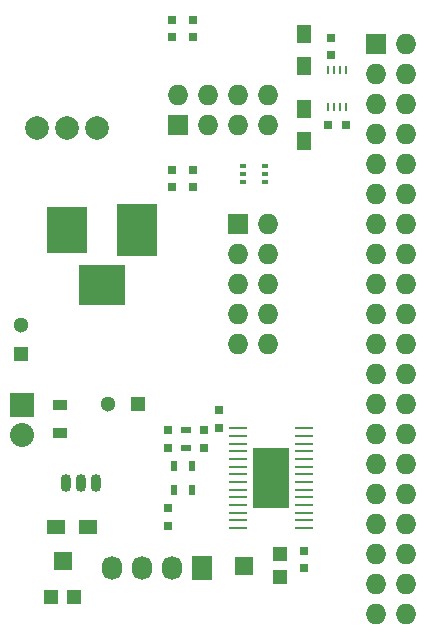
<source format=gbr>
G04 #@! TF.FileFunction,Soldermask,Top*
%FSLAX46Y46*%
G04 Gerber Fmt 4.6, Leading zero omitted, Abs format (unit mm)*
G04 Created by KiCad (PCBNEW 4.0.2-4+6225~38~ubuntu14.04.1-stable) date Tue 01 Mar 2016 05:51:26 PM CST*
%MOMM*%
G01*
G04 APERTURE LIST*
%ADD10C,0.100000*%
%ADD11R,1.550000X0.250000*%
%ADD12R,3.100000X5.180000*%
%ADD13R,1.727200X1.727200*%
%ADD14O,1.727200X1.727200*%
%ADD15R,1.300000X1.500000*%
%ADD16R,0.500000X0.900000*%
%ADD17R,0.750000X0.800000*%
%ADD18R,0.800000X0.750000*%
%ADD19R,3.500000X4.500000*%
%ADD20R,3.500000X4.000000*%
%ADD21R,4.000000X3.500000*%
%ADD22R,1.727200X2.032000*%
%ADD23O,1.727200X2.032000*%
%ADD24R,0.900000X0.500000*%
%ADD25C,2.000000*%
%ADD26R,0.250000X0.750000*%
%ADD27R,2.032000X2.032000*%
%ADD28O,2.032000X2.032000*%
%ADD29O,0.899160X1.501140*%
%ADD30R,0.500000X0.400000*%
%ADD31R,1.219200X0.914400*%
%ADD32R,1.200000X1.200000*%
%ADD33R,1.500000X1.600000*%
%ADD34R,1.600000X1.500000*%
%ADD35C,1.300000*%
%ADD36R,1.300000X1.300000*%
%ADD37R,1.500000X1.300000*%
G04 APERTURE END LIST*
D10*
D11*
X173494000Y-127558800D03*
X173494000Y-128208800D03*
X173494000Y-128858800D03*
X173494000Y-129508800D03*
X173494000Y-130158800D03*
X173494000Y-130808800D03*
X173494000Y-131458800D03*
X173494000Y-132108800D03*
X173494000Y-132758800D03*
X173494000Y-133408800D03*
X173494000Y-134058800D03*
X173494000Y-134708800D03*
X173494000Y-135358800D03*
X173494000Y-136008800D03*
X167894000Y-127558800D03*
X167894000Y-128208800D03*
X167894000Y-128858800D03*
X167894000Y-129508800D03*
X167894000Y-130158800D03*
X167894000Y-130808800D03*
X167894000Y-131458800D03*
X167894000Y-132108800D03*
X167894000Y-132758800D03*
X167894000Y-133408800D03*
X167894000Y-134058800D03*
X167894000Y-134708800D03*
X167894000Y-135358800D03*
X167894000Y-136008800D03*
D12*
X170694000Y-131813800D03*
D13*
X179578000Y-94996000D03*
D14*
X182118000Y-94996000D03*
X179578000Y-97536000D03*
X182118000Y-97536000D03*
X179578000Y-100076000D03*
X182118000Y-100076000D03*
X179578000Y-102616000D03*
X182118000Y-102616000D03*
X179578000Y-105156000D03*
X182118000Y-105156000D03*
X179578000Y-107696000D03*
X182118000Y-107696000D03*
X179578000Y-110236000D03*
X182118000Y-110236000D03*
X179578000Y-112776000D03*
X182118000Y-112776000D03*
X179578000Y-115316000D03*
X182118000Y-115316000D03*
X179578000Y-117856000D03*
X182118000Y-117856000D03*
X179578000Y-120396000D03*
X182118000Y-120396000D03*
X179578000Y-122936000D03*
X182118000Y-122936000D03*
X179578000Y-125476000D03*
X182118000Y-125476000D03*
X179578000Y-128016000D03*
X182118000Y-128016000D03*
X179578000Y-130556000D03*
X182118000Y-130556000D03*
X179578000Y-133096000D03*
X182118000Y-133096000D03*
X179578000Y-135636000D03*
X182118000Y-135636000D03*
X179578000Y-138176000D03*
X182118000Y-138176000D03*
X179578000Y-140716000D03*
X182118000Y-140716000D03*
X179578000Y-143256000D03*
X182118000Y-143256000D03*
D15*
X173482000Y-94154000D03*
X173482000Y-96854000D03*
D16*
X163945000Y-130733800D03*
X162445000Y-130733800D03*
D17*
X161925000Y-127697800D03*
X161925000Y-129197800D03*
X164084000Y-92976000D03*
X164084000Y-94476000D03*
X162306000Y-107176000D03*
X162306000Y-105676000D03*
D18*
X175526000Y-101854000D03*
X177026000Y-101854000D03*
D17*
X175768000Y-94500000D03*
X175768000Y-96000000D03*
X161925000Y-135801800D03*
X161925000Y-134301800D03*
X164973000Y-127697800D03*
X164973000Y-129197800D03*
X166243000Y-127546800D03*
X166243000Y-126046800D03*
X173482000Y-137934000D03*
X173482000Y-139434000D03*
D19*
X159362140Y-110744000D03*
D20*
X153362660Y-110744000D03*
D21*
X156362400Y-115443000D03*
D22*
X164846000Y-139369800D03*
D23*
X162306000Y-139369800D03*
X159766000Y-139369800D03*
X157226000Y-139369800D03*
D24*
X163449000Y-127697800D03*
X163449000Y-129197800D03*
D16*
X163945000Y-132765800D03*
X162445000Y-132765800D03*
D15*
X173482000Y-103204000D03*
X173482000Y-100504000D03*
D25*
X155956000Y-102108000D03*
X153416000Y-102108000D03*
X150876000Y-102108000D03*
D26*
X175514000Y-97230000D03*
X176014000Y-97230000D03*
X176514000Y-97230000D03*
X177014000Y-97230000D03*
X175514000Y-100330000D03*
X176014000Y-100330000D03*
X176514000Y-100330000D03*
X177014000Y-100330000D03*
D27*
X149606000Y-125603000D03*
D28*
X149606000Y-128143000D03*
D29*
X154559000Y-132207000D03*
X155829000Y-132207000D03*
X153289000Y-132207000D03*
D30*
X170180000Y-106680000D03*
X170180000Y-106030000D03*
X170180000Y-105380000D03*
X168280000Y-106680000D03*
X168280000Y-106030000D03*
X168280000Y-105380000D03*
D31*
X152781000Y-125603000D03*
X152781000Y-127965200D03*
D13*
X162814000Y-101854000D03*
D14*
X162814000Y-99314000D03*
X165354000Y-101854000D03*
X165354000Y-99314000D03*
X167894000Y-101854000D03*
X167894000Y-99314000D03*
X170434000Y-101854000D03*
X170434000Y-99314000D03*
D32*
X171472000Y-140192000D03*
X171472000Y-138192000D03*
D33*
X168422000Y-139192000D03*
D32*
X152035000Y-141881000D03*
X154035000Y-141881000D03*
D34*
X153035000Y-138831000D03*
D35*
X149479000Y-118785000D03*
D36*
X149479000Y-121285000D03*
D35*
X156885000Y-125476000D03*
D36*
X159385000Y-125476000D03*
D37*
X155147000Y-135890000D03*
X152447000Y-135890000D03*
D13*
X167894000Y-110236000D03*
D14*
X170434000Y-110236000D03*
X167894000Y-112776000D03*
X170434000Y-112776000D03*
X167894000Y-115316000D03*
X170434000Y-115316000D03*
X167894000Y-117856000D03*
X170434000Y-117856000D03*
X167894000Y-120396000D03*
X170434000Y-120396000D03*
D17*
X162306000Y-94476000D03*
X162306000Y-92976000D03*
X164084000Y-107176000D03*
X164084000Y-105676000D03*
M02*

</source>
